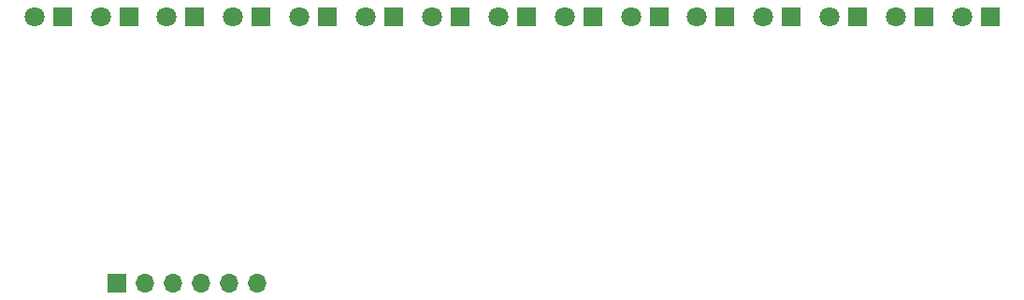
<source format=gbr>
%TF.GenerationSoftware,KiCad,Pcbnew,7.0.8*%
%TF.CreationDate,2023-10-19T17:32:50+02:00*%
%TF.ProjectId,16_Channel_LED_Strip,31365f43-6861-46e6-9e65-6c5f4c45445f,rev?*%
%TF.SameCoordinates,Original*%
%TF.FileFunction,Soldermask,Bot*%
%TF.FilePolarity,Negative*%
%FSLAX46Y46*%
G04 Gerber Fmt 4.6, Leading zero omitted, Abs format (unit mm)*
G04 Created by KiCad (PCBNEW 7.0.8) date 2023-10-19 17:32:50*
%MOMM*%
%LPD*%
G01*
G04 APERTURE LIST*
%ADD10R,1.700000X1.700000*%
%ADD11O,1.700000X1.700000*%
%ADD12R,1.800000X1.800000*%
%ADD13C,1.800000*%
G04 APERTURE END LIST*
D10*
%TO.C,J1*%
X101983376Y-115002502D03*
D11*
X104523376Y-115002502D03*
X107063376Y-115002502D03*
X109603376Y-115002502D03*
X112143376Y-115002502D03*
X114683376Y-115002502D03*
%TD*%
D12*
%TO.C,D1*%
X175025000Y-90875000D03*
D13*
X172485000Y-90875000D03*
%TD*%
D12*
%TO.C,D2*%
X169025000Y-90875000D03*
D13*
X166485000Y-90875000D03*
%TD*%
D12*
%TO.C,D7*%
X139025000Y-90875000D03*
D13*
X136485000Y-90875000D03*
%TD*%
D12*
%TO.C,D3*%
X163025000Y-90875000D03*
D13*
X160485000Y-90875000D03*
%TD*%
D12*
%TO.C,D8*%
X133025000Y-90875000D03*
D13*
X130485000Y-90875000D03*
%TD*%
D12*
%TO.C,D5*%
X151025000Y-90875000D03*
D13*
X148485000Y-90875000D03*
%TD*%
D12*
%TO.C,D0*%
X181025000Y-90875000D03*
D13*
X178485000Y-90875000D03*
%TD*%
D12*
%TO.C,D12*%
X109025000Y-90875000D03*
D13*
X106485000Y-90875000D03*
%TD*%
D12*
%TO.C,D6*%
X145025000Y-90875000D03*
D13*
X142485000Y-90875000D03*
%TD*%
D12*
%TO.C,D11*%
X115025000Y-90875000D03*
D13*
X112485000Y-90875000D03*
%TD*%
D12*
%TO.C,D13*%
X103025000Y-90875000D03*
D13*
X100485000Y-90875000D03*
%TD*%
D12*
%TO.C,D4*%
X157025000Y-90875000D03*
D13*
X154485000Y-90875000D03*
%TD*%
D12*
%TO.C,D9*%
X127025000Y-90875000D03*
D13*
X124485000Y-90875000D03*
%TD*%
D12*
%TO.C,D14*%
X97025000Y-90875000D03*
D13*
X94485000Y-90875000D03*
%TD*%
D12*
%TO.C,D10*%
X121025000Y-90875000D03*
D13*
X118485000Y-90875000D03*
%TD*%
M02*

</source>
